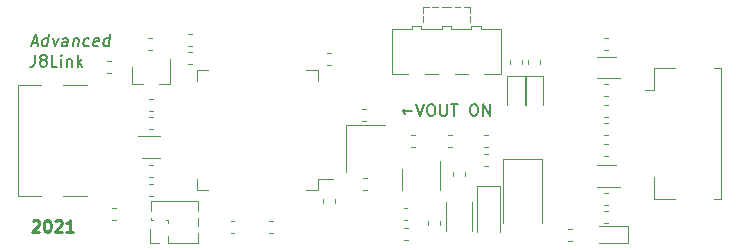
<source format=gbr>
G04 #@! TF.GenerationSoftware,KiCad,Pcbnew,(5.1.5)-3*
G04 #@! TF.CreationDate,2020-05-21T21:25:24+08:00*
G04 #@! TF.ProjectId,AdvancedSTLink,41647661-6e63-4656-9453-544c696e6b2e,rev?*
G04 #@! TF.SameCoordinates,Original*
G04 #@! TF.FileFunction,Legend,Top*
G04 #@! TF.FilePolarity,Positive*
%FSLAX46Y46*%
G04 Gerber Fmt 4.6, Leading zero omitted, Abs format (unit mm)*
G04 Created by KiCad (PCBNEW (5.1.5)-3) date 2020-05-21 21:25:24*
%MOMM*%
%LPD*%
G04 APERTURE LIST*
%ADD10C,0.250000*%
%ADD11C,0.200000*%
%ADD12C,0.150000*%
%ADD13C,0.120000*%
G04 APERTURE END LIST*
D10*
X152270376Y-113771419D02*
X152317995Y-113723800D01*
X152413233Y-113676180D01*
X152651328Y-113676180D01*
X152746566Y-113723800D01*
X152794185Y-113771419D01*
X152841804Y-113866657D01*
X152841804Y-113961895D01*
X152794185Y-114104752D01*
X152222757Y-114676180D01*
X152841804Y-114676180D01*
X153460852Y-113676180D02*
X153556090Y-113676180D01*
X153651328Y-113723800D01*
X153698947Y-113771419D01*
X153746566Y-113866657D01*
X153794185Y-114057133D01*
X153794185Y-114295228D01*
X153746566Y-114485704D01*
X153698947Y-114580942D01*
X153651328Y-114628561D01*
X153556090Y-114676180D01*
X153460852Y-114676180D01*
X153365614Y-114628561D01*
X153317995Y-114580942D01*
X153270376Y-114485704D01*
X153222757Y-114295228D01*
X153222757Y-114057133D01*
X153270376Y-113866657D01*
X153317995Y-113771419D01*
X153365614Y-113723800D01*
X153460852Y-113676180D01*
X154175138Y-113771419D02*
X154222757Y-113723800D01*
X154317995Y-113676180D01*
X154556090Y-113676180D01*
X154651328Y-113723800D01*
X154698947Y-113771419D01*
X154746566Y-113866657D01*
X154746566Y-113961895D01*
X154698947Y-114104752D01*
X154127519Y-114676180D01*
X154746566Y-114676180D01*
X155698947Y-114676180D02*
X155127519Y-114676180D01*
X155413233Y-114676180D02*
X155413233Y-113676180D01*
X155317995Y-113819038D01*
X155222757Y-113914276D01*
X155127519Y-113961895D01*
D11*
X152220952Y-98667866D02*
X152697142Y-98667866D01*
X152090000Y-98953580D02*
X152548333Y-97953580D01*
X152756666Y-98953580D01*
X153518571Y-98953580D02*
X153643571Y-97953580D01*
X153524523Y-98905961D02*
X153423333Y-98953580D01*
X153232857Y-98953580D01*
X153143571Y-98905961D01*
X153101904Y-98858342D01*
X153066190Y-98763104D01*
X153101904Y-98477390D01*
X153161428Y-98382152D01*
X153215000Y-98334533D01*
X153316190Y-98286914D01*
X153506666Y-98286914D01*
X153595952Y-98334533D01*
X153982857Y-98286914D02*
X154137619Y-98953580D01*
X154459047Y-98286914D01*
X155185238Y-98953580D02*
X155250714Y-98429771D01*
X155215000Y-98334533D01*
X155125714Y-98286914D01*
X154935238Y-98286914D01*
X154834047Y-98334533D01*
X155191190Y-98905961D02*
X155090000Y-98953580D01*
X154851904Y-98953580D01*
X154762619Y-98905961D01*
X154726904Y-98810723D01*
X154738809Y-98715485D01*
X154798333Y-98620247D01*
X154899523Y-98572628D01*
X155137619Y-98572628D01*
X155238809Y-98525009D01*
X155744761Y-98286914D02*
X155661428Y-98953580D01*
X155732857Y-98382152D02*
X155786428Y-98334533D01*
X155887619Y-98286914D01*
X156030476Y-98286914D01*
X156119761Y-98334533D01*
X156155476Y-98429771D01*
X156090000Y-98953580D01*
X157000714Y-98905961D02*
X156899523Y-98953580D01*
X156709047Y-98953580D01*
X156619761Y-98905961D01*
X156578095Y-98858342D01*
X156542380Y-98763104D01*
X156578095Y-98477390D01*
X156637619Y-98382152D01*
X156691190Y-98334533D01*
X156792380Y-98286914D01*
X156982857Y-98286914D01*
X157072142Y-98334533D01*
X157810238Y-98905961D02*
X157709047Y-98953580D01*
X157518571Y-98953580D01*
X157429285Y-98905961D01*
X157393571Y-98810723D01*
X157441190Y-98429771D01*
X157500714Y-98334533D01*
X157601904Y-98286914D01*
X157792380Y-98286914D01*
X157881666Y-98334533D01*
X157917380Y-98429771D01*
X157905476Y-98525009D01*
X157417380Y-98620247D01*
X158709047Y-98953580D02*
X158834047Y-97953580D01*
X158715000Y-98905961D02*
X158613809Y-98953580D01*
X158423333Y-98953580D01*
X158334047Y-98905961D01*
X158292380Y-98858342D01*
X158256666Y-98763104D01*
X158292380Y-98477390D01*
X158351904Y-98382152D01*
X158405476Y-98334533D01*
X158506666Y-98286914D01*
X158697142Y-98286914D01*
X158786428Y-98334533D01*
D12*
X184394790Y-104465428D02*
X183632885Y-104465428D01*
X183823361Y-104655904D02*
X183632885Y-104465428D01*
X183823361Y-104274952D01*
X184728123Y-103846380D02*
X185061457Y-104846380D01*
X185394790Y-103846380D01*
X185918600Y-103846380D02*
X186109076Y-103846380D01*
X186204314Y-103894000D01*
X186299552Y-103989238D01*
X186347171Y-104179714D01*
X186347171Y-104513047D01*
X186299552Y-104703523D01*
X186204314Y-104798761D01*
X186109076Y-104846380D01*
X185918600Y-104846380D01*
X185823361Y-104798761D01*
X185728123Y-104703523D01*
X185680504Y-104513047D01*
X185680504Y-104179714D01*
X185728123Y-103989238D01*
X185823361Y-103894000D01*
X185918600Y-103846380D01*
X186775742Y-103846380D02*
X186775742Y-104655904D01*
X186823361Y-104751142D01*
X186870980Y-104798761D01*
X186966219Y-104846380D01*
X187156695Y-104846380D01*
X187251933Y-104798761D01*
X187299552Y-104751142D01*
X187347171Y-104655904D01*
X187347171Y-103846380D01*
X187680504Y-103846380D02*
X188251933Y-103846380D01*
X187966219Y-104846380D02*
X187966219Y-103846380D01*
X189537647Y-103846380D02*
X189728123Y-103846380D01*
X189823361Y-103894000D01*
X189918600Y-103989238D01*
X189966219Y-104179714D01*
X189966219Y-104513047D01*
X189918600Y-104703523D01*
X189823361Y-104798761D01*
X189728123Y-104846380D01*
X189537647Y-104846380D01*
X189442409Y-104798761D01*
X189347171Y-104703523D01*
X189299552Y-104513047D01*
X189299552Y-104179714D01*
X189347171Y-103989238D01*
X189442409Y-103894000D01*
X189537647Y-103846380D01*
X190394790Y-104846380D02*
X190394790Y-103846380D01*
X190966219Y-104846380D01*
X190966219Y-103846380D01*
X152462509Y-99692980D02*
X152462509Y-100407266D01*
X152414890Y-100550123D01*
X152319652Y-100645361D01*
X152176795Y-100692980D01*
X152081557Y-100692980D01*
X153081557Y-100121552D02*
X152986319Y-100073933D01*
X152938700Y-100026314D01*
X152891080Y-99931076D01*
X152891080Y-99883457D01*
X152938700Y-99788219D01*
X152986319Y-99740600D01*
X153081557Y-99692980D01*
X153272033Y-99692980D01*
X153367271Y-99740600D01*
X153414890Y-99788219D01*
X153462509Y-99883457D01*
X153462509Y-99931076D01*
X153414890Y-100026314D01*
X153367271Y-100073933D01*
X153272033Y-100121552D01*
X153081557Y-100121552D01*
X152986319Y-100169171D01*
X152938700Y-100216790D01*
X152891080Y-100312028D01*
X152891080Y-100502504D01*
X152938700Y-100597742D01*
X152986319Y-100645361D01*
X153081557Y-100692980D01*
X153272033Y-100692980D01*
X153367271Y-100645361D01*
X153414890Y-100597742D01*
X153462509Y-100502504D01*
X153462509Y-100312028D01*
X153414890Y-100216790D01*
X153367271Y-100169171D01*
X153272033Y-100121552D01*
X154367271Y-100692980D02*
X153891080Y-100692980D01*
X153891080Y-99692980D01*
X154700604Y-100692980D02*
X154700604Y-100026314D01*
X154700604Y-99692980D02*
X154652985Y-99740600D01*
X154700604Y-99788219D01*
X154748223Y-99740600D01*
X154700604Y-99692980D01*
X154700604Y-99788219D01*
X155176795Y-100026314D02*
X155176795Y-100692980D01*
X155176795Y-100121552D02*
X155224414Y-100073933D01*
X155319652Y-100026314D01*
X155462509Y-100026314D01*
X155557747Y-100073933D01*
X155605366Y-100169171D01*
X155605366Y-100692980D01*
X156081557Y-100692980D02*
X156081557Y-99692980D01*
X156176795Y-100312028D02*
X156462509Y-100692980D01*
X156462509Y-100026314D02*
X156081557Y-100407266D01*
D13*
X210526020Y-111889880D02*
X209976020Y-111889880D01*
X210526020Y-100819880D02*
X210526020Y-111889880D01*
X209976020Y-100819880D02*
X210526020Y-100819880D01*
X204856020Y-111889880D02*
X204856020Y-110039880D01*
X206656020Y-111889880D02*
X204856020Y-111889880D01*
X204856020Y-102669880D02*
X204116020Y-102669880D01*
X204856020Y-100819880D02*
X204856020Y-102669880D01*
X206656020Y-100819880D02*
X204856020Y-100819880D01*
X162435759Y-104953340D02*
X162110201Y-104953340D01*
X162435759Y-105973340D02*
X162110201Y-105973340D01*
X195401200Y-108497160D02*
X195401200Y-113897160D01*
X192101200Y-108497160D02*
X192101200Y-113897160D01*
X195401200Y-108497160D02*
X192101200Y-108497160D01*
X178763660Y-105586780D02*
X178763660Y-109586780D01*
X182063660Y-105586780D02*
X178763660Y-105586780D01*
X200680101Y-108269500D02*
X201005659Y-108269500D01*
X200680101Y-107249500D02*
X201005659Y-107249500D01*
X172272741Y-114774440D02*
X172598299Y-114774440D01*
X172272741Y-113754440D02*
X172598299Y-113754440D01*
X197952579Y-114399600D02*
X197627021Y-114399600D01*
X197952579Y-115419600D02*
X197627021Y-115419600D01*
X184322501Y-107459240D02*
X184648059Y-107459240D01*
X184322501Y-106439240D02*
X184648059Y-106439240D01*
X187428921Y-107484640D02*
X187754479Y-107484640D01*
X187428921Y-106464640D02*
X187754479Y-106464640D01*
X200680101Y-106504200D02*
X201005659Y-106504200D01*
X200680101Y-105484200D02*
X201005659Y-105484200D01*
X200680101Y-99290600D02*
X201005659Y-99290600D01*
X200680101Y-98270600D02*
X201005659Y-98270600D01*
X201000579Y-112875600D02*
X200675021Y-112875600D01*
X201000579Y-113895600D02*
X200675021Y-113895600D01*
X201000579Y-111351600D02*
X200675021Y-111351600D01*
X201000579Y-112371600D02*
X200675021Y-112371600D01*
X184000359Y-112652080D02*
X183674801Y-112652080D01*
X184000359Y-113672080D02*
X183674801Y-113672080D01*
X193702400Y-100442079D02*
X193702400Y-100116521D01*
X192682400Y-100442079D02*
X192682400Y-100116521D01*
X195251800Y-100441979D02*
X195251800Y-100116421D01*
X194231800Y-100441979D02*
X194231800Y-100116421D01*
X201005659Y-102123780D02*
X200680101Y-102123780D01*
X201005659Y-103143780D02*
X200680101Y-103143780D01*
X158988541Y-113639060D02*
X159314099Y-113639060D01*
X158988541Y-112619060D02*
X159314099Y-112619060D01*
X158915319Y-100183220D02*
X158589761Y-100183220D01*
X158915319Y-101203220D02*
X158589761Y-101203220D01*
X190521661Y-107499880D02*
X190847219Y-107499880D01*
X190521661Y-106479880D02*
X190847219Y-106479880D01*
X190521661Y-109117860D02*
X190847219Y-109117860D01*
X190521661Y-108097860D02*
X190847219Y-108097860D01*
X201005659Y-103909400D02*
X200680101Y-103909400D01*
X201005659Y-104929400D02*
X200680101Y-104929400D01*
X162445919Y-109022420D02*
X162120361Y-109022420D01*
X162445919Y-110042420D02*
X162120361Y-110042420D01*
X165394421Y-98909600D02*
X165719979Y-98909600D01*
X165394421Y-97889600D02*
X165719979Y-97889600D01*
X186752960Y-114081779D02*
X186752960Y-113756221D01*
X185732960Y-114081779D02*
X185732960Y-113756221D01*
X177180021Y-100586000D02*
X177505579Y-100586000D01*
X177180021Y-99566000D02*
X177505579Y-99566000D01*
X165719979Y-99464400D02*
X165394421Y-99464400D01*
X165719979Y-100484400D02*
X165394421Y-100484400D01*
X176883600Y-111902021D02*
X176883600Y-112227579D01*
X177903600Y-111902021D02*
X177903600Y-112227579D01*
X162461159Y-110615000D02*
X162135601Y-110615000D01*
X162461159Y-111635000D02*
X162135601Y-111635000D01*
X187876720Y-109626181D02*
X187876720Y-109951739D01*
X188896720Y-109626181D02*
X188896720Y-109951739D01*
X184018039Y-114325940D02*
X183692481Y-114325940D01*
X184018039Y-115345940D02*
X183692481Y-115345940D01*
X162054321Y-99282980D02*
X162379879Y-99282980D01*
X162054321Y-98262980D02*
X162379879Y-98262980D01*
X162435759Y-103383620D02*
X162110201Y-103383620D01*
X162435759Y-104403620D02*
X162110201Y-104403620D01*
X169349639Y-113754440D02*
X169024081Y-113754440D01*
X169349639Y-114774440D02*
X169024081Y-114774440D01*
X180266121Y-111093980D02*
X180591679Y-111093980D01*
X180266121Y-110073980D02*
X180591679Y-110073980D01*
X180177221Y-105310400D02*
X180502779Y-105310400D01*
X180177221Y-104290400D02*
X180502779Y-104290400D01*
X201662880Y-109046440D02*
X200062880Y-109046440D01*
X200062880Y-110846440D02*
X201962880Y-110846440D01*
X201662880Y-99882120D02*
X200062880Y-99882120D01*
X200062880Y-101682120D02*
X201962880Y-101682120D01*
X186740440Y-111153780D02*
X186740440Y-108703780D01*
X183520440Y-109353780D02*
X183520440Y-111153780D01*
X161493300Y-108390260D02*
X163093300Y-108390260D01*
X163093300Y-106590260D02*
X161193300Y-106590260D01*
X160710760Y-102156800D02*
X160710760Y-100696800D01*
X163870760Y-102156800D02*
X163870760Y-99996800D01*
X163870760Y-102156800D02*
X162940760Y-102156800D01*
X160710760Y-102156800D02*
X161640760Y-102156800D01*
X176399980Y-110207540D02*
X177739980Y-110207540D01*
X176399980Y-111157540D02*
X176399980Y-110207540D01*
X175449980Y-111157540D02*
X176399980Y-111157540D01*
X166179980Y-111157540D02*
X166179980Y-110207540D01*
X167129980Y-111157540D02*
X166179980Y-111157540D01*
X176399980Y-100937540D02*
X176399980Y-101887540D01*
X175449980Y-100937540D02*
X176399980Y-100937540D01*
X166179980Y-100937540D02*
X166179980Y-101887540D01*
X167129980Y-100937540D02*
X166179980Y-100937540D01*
X187689440Y-95615600D02*
X187689440Y-95615600D01*
X186889440Y-95615600D02*
X187689440Y-95615600D01*
X186589440Y-95615600D02*
X186589440Y-95615600D01*
X186089440Y-95615600D02*
X186589440Y-95615600D01*
X187989440Y-95615600D02*
X187989440Y-95615600D01*
X188489440Y-95615600D02*
X187989440Y-95615600D01*
X189289440Y-96915600D02*
X189289440Y-96915600D01*
X189289440Y-96415600D02*
X189289440Y-96915600D01*
X185289440Y-96915600D02*
X185289440Y-96915600D01*
X185289440Y-96415600D02*
X185289440Y-96915600D01*
X185289440Y-96115600D02*
X185289440Y-96115600D01*
X185289440Y-95615600D02*
X185289440Y-96115600D01*
X185789440Y-95615600D02*
X185789440Y-95615600D01*
X185289440Y-95615600D02*
X185789440Y-95615600D01*
X188789440Y-95615600D02*
X188789440Y-95615600D01*
X189289440Y-95615600D02*
X188789440Y-95615600D01*
X189289440Y-96115600D02*
X189289440Y-96115600D01*
X189289440Y-95615600D02*
X189289440Y-96115600D01*
X191889440Y-97515600D02*
X191889440Y-97515600D01*
X190189440Y-97515600D02*
X191889440Y-97515600D01*
X190189440Y-97215600D02*
X190189440Y-97515600D01*
X189389440Y-97215600D02*
X190189440Y-97215600D01*
X189389440Y-97515600D02*
X189389440Y-97215600D01*
X187689440Y-97515600D02*
X189389440Y-97515600D01*
X187689440Y-97215600D02*
X187689440Y-97515600D01*
X186889440Y-97215600D02*
X187689440Y-97215600D01*
X186889440Y-97515600D02*
X186889440Y-97215600D01*
X185189440Y-97515600D02*
X186889440Y-97515600D01*
X185189440Y-97215600D02*
X185189440Y-97515600D01*
X184389440Y-97215600D02*
X185189440Y-97215600D01*
X184389440Y-97515600D02*
X184389440Y-97215600D01*
X182689440Y-97515600D02*
X184389440Y-97515600D01*
X189089440Y-101315600D02*
X189089440Y-101315600D01*
X187989440Y-101315600D02*
X189089440Y-101315600D01*
X186589440Y-101315600D02*
X186589440Y-101315600D01*
X185489440Y-101315600D02*
X186589440Y-101315600D01*
X191889440Y-101315600D02*
X190489440Y-101315600D01*
X191889440Y-97515600D02*
X191889440Y-101315600D01*
X182689440Y-101315600D02*
X182689440Y-97515600D01*
X184089440Y-101315600D02*
X182689440Y-101315600D01*
X189504340Y-112135600D02*
X189504340Y-114635600D01*
X187284340Y-114635600D02*
X187284340Y-112135600D01*
X162231800Y-115582400D02*
X162231800Y-114452400D01*
X162991800Y-115582400D02*
X162231800Y-115582400D01*
X162296800Y-112874870D02*
X162296800Y-112052400D01*
X162296800Y-113692400D02*
X162296800Y-113489930D01*
X162428329Y-113692400D02*
X162296800Y-113692400D01*
X163698329Y-113692400D02*
X163555271Y-113692400D01*
X163751800Y-113888929D02*
X163751800Y-113745871D01*
X163751800Y-115582400D02*
X163751800Y-115015871D01*
X162296800Y-112052400D02*
X166226800Y-112052400D01*
X163751800Y-115582400D02*
X166226800Y-115582400D01*
X166226800Y-114144870D02*
X166226800Y-113489930D01*
X166226800Y-112874870D02*
X166226800Y-112052400D01*
X166226800Y-115582400D02*
X166226800Y-114759930D01*
X151055240Y-102223840D02*
X151055240Y-111623840D01*
X156855240Y-111623840D02*
X154855240Y-111623840D01*
X152955240Y-111623840D02*
X151055240Y-111623840D01*
X156855240Y-102223840D02*
X154855240Y-102223840D01*
X152955240Y-102223840D02*
X151055240Y-102223840D01*
X202650200Y-114174600D02*
X200190200Y-114174600D01*
X202650200Y-115644600D02*
X202650200Y-114174600D01*
X200190200Y-115644600D02*
X202650200Y-115644600D01*
X191873380Y-110757140D02*
X191873380Y-114657140D01*
X189873380Y-110757140D02*
X189873380Y-114657140D01*
X191873380Y-110757140D02*
X189873380Y-110757140D01*
X192457400Y-101438600D02*
X192457400Y-103898600D01*
X193927400Y-101438600D02*
X192457400Y-101438600D01*
X193927400Y-103898600D02*
X193927400Y-101438600D01*
X194006800Y-101438600D02*
X194006800Y-103898600D01*
X195476800Y-101438600D02*
X194006800Y-101438600D01*
X195476800Y-103898600D02*
X195476800Y-101438600D01*
M02*

</source>
